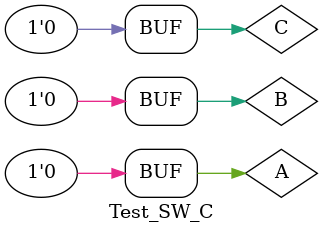
<source format=v>
`timescale 1ns / 1ps


module Test_SW_C(

    );
    reg A, B, C;
    
    wire LED0, LED1, LED2;
    
    SW_C dut(A, B, C, LED0, LED1, LED2);
    
    initial begin
        A=0;B=0;C=0;#10;
        A=1;B=0;C=0;#10;
        A=1;B=0;C=1;#10;
        A=0;B=1;C=0;#10;
        A=0;B=1;C=1;#10;
        A=1;B=1;C=0;#10;
        A=1;B=1;C=1;#10;
        A=0;B=0;C=0;#10;
    end
endmodule

</source>
